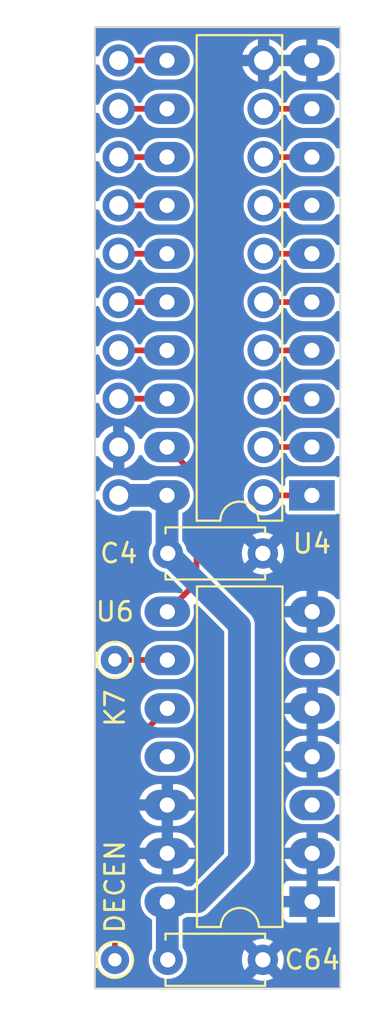
<source format=kicad_pcb>
(kicad_pcb (version 20221018) (generator pcbnew)
  (layers (0 "F.Cu" signal) (31 "B.Cu" signal) (34 "B.Paste" user) (35 "F.Paste" user) (36 "B.SilkS" user "B.Silkscreen") (37 "F.SilkS" user "F.Silkscreen") (38 "B.Mask" user) (39 "F.Mask" user) (44 "Edge.Cuts" user))
  (net 0 "")
  (net 1 "Net-(J1-Pin_1)")
  (net 2 "Net-(J1-Pin_2)")
  (net 3 "Net-(J1-Pin_3)")
  (net 4 "Net-(J1-Pin_4)")
  (net 5 "Net-(J1-Pin_5)")
  (net 6 "Net-(J1-Pin_6)")
  (net 7 "Net-(J1-Pin_7)")
  (net 8 "Net-(J1-Pin_8)")
  (net 9 "Net-(J1-Pin_9)")
  (net 10 "GND")
  (net 11 "Net-(J2-Pin_1)")
  (net 12 "Net-(J2-Pin_2)")
  (net 13 "Net-(J2-Pin_3)")
  (net 14 "Net-(J2-Pin_4)")
  (net 15 "Net-(J2-Pin_5)")
  (net 16 "Net-(J2-Pin_6)")
  (net 17 "Net-(J2-Pin_7)")
  (net 18 "Net-(J2-Pin_8)")
  (net 19 "+5V")
  (net 20 "Net-(U4-CE)")
  (net 24 "Net-(TP1-Pad1)")
  (net 25 "Net-(TP2-Pad1)")
  (footprint "Package_DIP:DIP-14_W7.62mm_LongPads" (layer "F.Cu") (at 121.935 134.385 180)
    (fp_text reference "U6" (at 10.375 15.24) (layer "F.SilkS"))
    (fp_text value "74HCT00")
    (fp_line (start 1.56 -1.33) (end 1.56 16.57) (stroke (width 0.12)) (layer "F.SilkS"))
    (fp_line (start 1.56 16.57) (end 6.06 16.57) (stroke (width 0.12)) (layer "F.SilkS"))
    (fp_line (start 2.81 -1.33) (end 1.56 -1.33) (stroke (width 0.12)) (layer "F.SilkS"))
    (fp_line (start 6.06 -1.33) (end 4.81 -1.33) (stroke (width 0.12)) (layer "F.SilkS"))
    (fp_line (start 6.06 16.57) (end 6.06 -1.33) (stroke (width 0.12)) (layer "F.SilkS"))
    (fp_arc (start 4.81 -1.33) (mid 3.81 -0.33) (end 2.81 -1.33) (stroke (width 0.12)) (layer "F.SilkS"))
    (pad "1" thru_hole rect (at 0 0 180) (size 2.4 1.6) (drill 0.8) (layers "*.Cu" "*.Mask") (net 10 "GND"))
    (pad "2" thru_hole oval (at 0 2.54 180) (size 2.4 1.6) (drill 0.8) (layers "*.Cu" "*.Mask") (net 10 "GND"))
    (pad "3" thru_hole oval (at 0 5.08 180) (size 2.4 1.6) (drill 0.8) (layers "*.Cu" "*.Mask"))
    (pad "4" thru_hole oval (at 0 7.62 180) (size 2.4 1.6) (drill 0.8) (layers "*.Cu" "*.Mask") (net 10 "GND"))
    (pad "5" thru_hole oval (at 0 10.16 180) (size 2.4 1.6) (drill 0.8) (layers "*.Cu" "*.Mask") (net 10 "GND"))
    (pad "6" thru_hole oval (at 0 12.7 180) (size 2.4 1.6) (drill 0.8) (layers "*.Cu" "*.Mask"))
    (pad "7" thru_hole oval (at 0 15.24 180) (size 2.4 1.6) (drill 0.8) (layers "*.Cu" "*.Mask") (net 10 "GND"))
    (pad "8" thru_hole oval (at 7.62 15.24 180) (size 2.4 1.6) (drill 0.8) (layers "*.Cu" "*.Mask") (net 20 "Net-(U4-CE)"))
    (pad "9" thru_hole oval (at 7.62 12.7 180) (size 2.4 1.6) (drill 0.8) (layers "*.Cu" "*.Mask") (net 24 "Net-(TP1-Pad1)"))
    (pad "10" thru_hole oval (at 7.62 10.16 180) (size 2.4 1.6) (drill 0.8) (layers "*.Cu" "*.Mask") (net 25 "Net-(TP2-Pad1)"))
    (pad "11" thru_hole oval (at 7.62 7.62 180) (size 2.4 1.6) (drill 0.8) (layers "*.Cu" "*.Mask"))
    (pad "12" thru_hole oval (at 7.62 5.08 180) (size 2.4 1.6) (drill 0.8) (layers "*.Cu" "*.Mask") (net 10 "GND"))
    (pad "13" thru_hole oval (at 7.62 2.54 180) (size 2.4 1.6) (drill 0.8) (layers "*.Cu" "*.Mask") (net 10 "GND"))
    (pad "14" thru_hole oval (at 7.62 0 180) (size 2.4 1.6) (drill 0.8) (layers "*.Cu" "*.Mask") (net 19 "+5V"))
  )
  (footprint "Package_DIP:DIP-20_W7.62mm_LongPads" (layer "F.Cu") (at 121.92 113.03 180)
    (fp_text reference "U4" (at 0 -2.54) (layer "F.SilkS"))
    (fp_text value "74LS245")
    (fp_line (start 1.56 -1.33) (end 1.56 24.19) (stroke (width 0.12)) (layer "F.SilkS"))
    (fp_line (start 1.56 24.19) (end 6.06 24.19) (stroke (width 0.12)) (layer "F.SilkS"))
    (fp_line (start 2.81 -1.33) (end 1.56 -1.33) (stroke (width 0.12)) (layer "F.SilkS"))
    (fp_line (start 6.06 -1.33) (end 4.81 -1.33) (stroke (width 0.12)) (layer "F.SilkS"))
    (fp_line (start 6.06 24.19) (end 6.06 -1.33) (stroke (width 0.12)) (layer "F.SilkS"))
    (fp_arc (start 4.81 -1.33) (mid 3.81 -0.33) (end 2.81 -1.33) (stroke (width 0.12)) (layer "F.SilkS"))
    (pad "1" thru_hole rect (at 0 0 180) (size 2.4 1.6) (drill 0.8) (layers "*.Cu" "*.Mask") (net 1 "Net-(J1-Pin_1)"))
    (pad "2" thru_hole oval (at 0 2.54 180) (size 2.4 1.6) (drill 0.8) (layers "*.Cu" "*.Mask") (net 2 "Net-(J1-Pin_2)"))
    (pad "3" thru_hole oval (at 0 5.08 180) (size 2.4 1.6) (drill 0.8) (layers "*.Cu" "*.Mask") (net 3 "Net-(J1-Pin_3)"))
    (pad "4" thru_hole oval (at 0 7.62 180) (size 2.4 1.6) (drill 0.8) (layers "*.Cu" "*.Mask") (net 4 "Net-(J1-Pin_4)"))
    (pad "5" thru_hole oval (at 0 10.16 180) (size 2.4 1.6) (drill 0.8) (layers "*.Cu" "*.Mask") (net 5 "Net-(J1-Pin_5)"))
    (pad "6" thru_hole oval (at 0 12.7 180) (size 2.4 1.6) (drill 0.8) (layers "*.Cu" "*.Mask") (net 6 "Net-(J1-Pin_6)"))
    (pad "7" thru_hole oval (at 0 15.24 180) (size 2.4 1.6) (drill 0.8) (layers "*.Cu" "*.Mask") (net 7 "Net-(J1-Pin_7)"))
    (pad "8" thru_hole oval (at 0 17.78 180) (size 2.4 1.6) (drill 0.8) (layers "*.Cu" "*.Mask") (net 8 "Net-(J1-Pin_8)"))
    (pad "9" thru_hole oval (at 0 20.32 180) (size 2.4 1.6) (drill 0.8) (layers "*.Cu" "*.Mask") (net 9 "Net-(J1-Pin_9)"))
    (pad "10" thru_hole oval (at 0 22.86 180) (size 2.4 1.6) (drill 0.8) (layers "*.Cu" "*.Mask") (net 10 "GND"))
    (pad "11" thru_hole oval (at 7.62 22.86 180) (size 2.4 1.6) (drill 0.8) (layers "*.Cu" "*.Mask") (net 11 "Net-(J2-Pin_1)"))
    (pad "12" thru_hole oval (at 7.62 20.32 180) (size 2.4 1.6) (drill 0.8) (layers "*.Cu" "*.Mask") (net 12 "Net-(J2-Pin_2)"))
    (pad "13" thru_hole oval (at 7.62 17.78 180) (size 2.4 1.6) (drill 0.8) (layers "*.Cu" "*.Mask") (net 13 "Net-(J2-Pin_3)"))
    (pad "14" thru_hole oval (at 7.62 15.24 180) (size 2.4 1.6) (drill 0.8) (layers "*.Cu" "*.Mask") (net 14 "Net-(J2-Pin_4)"))
    (pad "15" thru_hole oval (at 7.62 12.7 180) (size 2.4 1.6) (drill 0.8) (layers "*.Cu" "*.Mask") (net 15 "Net-(J2-Pin_5)"))
    (pad "16" thru_hole oval (at 7.62 10.16 180) (size 2.4 1.6) (drill 0.8) (layers "*.Cu" "*.Mask") (net 16 "Net-(J2-Pin_6)"))
    (pad "17" thru_hole oval (at 7.62 7.62 180) (size 2.4 1.6) (drill 0.8) (layers "*.Cu" "*.Mask") (net 17 "Net-(J2-Pin_7)"))
    (pad "18" thru_hole oval (at 7.62 5.08 180) (size 2.4 1.6) (drill 0.8) (layers "*.Cu" "*.Mask") (net 18 "Net-(J2-Pin_8)"))
    (pad "19" thru_hole oval (at 7.62 2.54 180) (size 2.4 1.6) (drill 0.8) (layers "*.Cu" "*.Mask") (net 20 "Net-(U4-CE)"))
    (pad "20" thru_hole oval (at 7.62 0 180) (size 2.4 1.6) (drill 0.8) (layers "*.Cu" "*.Mask") (net 19 "+5V"))
  )
  (footprint "Capacitor_THT:C_Disc_D5.0mm_W2.5mm_P5.00mm" (layer "F.Cu") (at 114.34 137.44)
    (fp_text reference "C64" (at 7.595 0) (layer "F.SilkS"))
    (fp_text value "100nF")
    (fp_line (start -0.12 -1.37) (end -0.12 -1.055) (stroke (width 0.12)) (layer "F.SilkS"))
    (fp_line (start -0.12 -1.37) (end 5.12 -1.37) (stroke (width 0.12)) (layer "F.SilkS"))
    (fp_line (start -0.12 1.055) (end -0.12 1.37) (stroke (width 0.12)) (layer "F.SilkS"))
    (fp_line (start -0.12 1.37) (end 5.12 1.37) (stroke (width 0.12)) (layer "F.SilkS"))
    (fp_line (start 5.12 -1.37) (end 5.12 -1.055) (stroke (width 0.12)) (layer "F.SilkS"))
    (fp_line (start 5.12 1.055) (end 5.12 1.37) (stroke (width 0.12)) (layer "F.SilkS"))
    (pad "1" thru_hole circle (at 0 0) (size 1.6 1.6) (drill 0.8) (layers "*.Cu" "*.Mask") (net 19 "+5V"))
    (pad "2" thru_hole circle (at 5 0) (size 1.6 1.6) (drill 0.8) (layers "*.Cu" "*.Mask") (net 10 "GND"))
  )
  (footprint "TestPoint:TestPoint_THTPad_D1.5mm_Drill0.7mm" (layer "F.Cu") (at 111.56 121.68)
    (fp_text reference "TP1" hide)
    (fp_text value "K7" (at 0 2.526 90) (layer "F.SilkS"))
    (fp_circle (center 0 0) (end 0 0.95) (stroke (width 0.12)) (fill none) (layer "F.SilkS"))
    (pad "1" thru_hole circle (at 0 0) (size 1.5 1.5) (drill 0.7) (layers "*.Cu" "*.Mask") (net 24 "Net-(TP1-Pad1)"))
  )
  (footprint "TestPoint:TestPoint_THTPad_D1.5mm_Drill0.7mm" (layer "F.Cu") (at 111.56 137.44)
    (fp_text reference "TP2" hide)
    (fp_text value "DECEN" (at 0 -3.836 90) (layer "F.SilkS"))
    (fp_circle (center 0 0) (end 0 0.95) (stroke (width 0.12)) (fill none) (layer "F.SilkS"))
    (pad "1" thru_hole circle (at 0 0) (size 1.5 1.5) (drill 0.7) (layers "*.Cu" "*.Mask") (net 25 "Net-(TP2-Pad1)"))
  )
  (footprint "Capacitor_THT:C_Disc_D5.0mm_W2.5mm_P5.00mm" (layer "F.Cu") (at 114.34 116.08)
    (fp_text reference "C4" (at -2.58 0) (layer "F.SilkS"))
    (fp_text value "100nF")
    (fp_line (start -0.12 -1.37) (end -0.12 -1.055) (stroke (width 0.12)) (layer "F.SilkS"))
    (fp_line (start -0.12 -1.37) (end 5.12 -1.37) (stroke (width 0.12)) (layer "F.SilkS"))
    (fp_line (start -0.12 1.055) (end -0.12 1.37) (stroke (width 0.12)) (layer "F.SilkS"))
    (fp_line (start -0.12 1.37) (end 5.12 1.37) (stroke (width 0.12)) (layer "F.SilkS"))
    (fp_line (start 5.12 -1.37) (end 5.12 -1.055) (stroke (width 0.12)) (layer "F.SilkS"))
    (fp_line (start 5.12 1.055) (end 5.12 1.37) (stroke (width 0.12)) (layer "F.SilkS"))
    (pad "1" thru_hole circle (at 0 0) (size 1.6 1.6) (drill 0.8) (layers "*.Cu" "*.Mask") (net 19 "+5V"))
    (pad "2" thru_hole circle (at 5 0) (size 1.6 1.6) (drill 0.8) (layers "*.Cu" "*.Mask") (net 10 "GND"))
  )
  (footprint "Connector_PinHeader_2.54mm:PinHeader_1x10_P2.54mm_Vertical" (layer "B.Cu") (at 119.38 113.03)
    (fp_text reference "J1" hide)
    (fp_text value "Conn_01x10_Pin")
    (pad "1" thru_hole oval (at 0 0) (size 1.7 1.7) (drill 1) (layers "*.Cu" "*.Mask") (net 1 "Net-(J1-Pin_1)"))
    (pad "2" thru_hole oval (at 0 -2.54) (size 1.7 1.7) (drill 1) (layers "*.Cu" "*.Mask") (net 2 "Net-(J1-Pin_2)"))
    (pad "3" thru_hole oval (at 0 -5.08) (size 1.7 1.7) (drill 1) (layers "*.Cu" "*.Mask") (net 3 "Net-(J1-Pin_3)"))
    (pad "4" thru_hole oval (at 0 -7.62) (size 1.7 1.7) (drill 1) (layers "*.Cu" "*.Mask") (net 4 "Net-(J1-Pin_4)"))
    (pad "5" thru_hole oval (at 0 -10.16) (size 1.7 1.7) (drill 1) (layers "*.Cu" "*.Mask") (net 5 "Net-(J1-Pin_5)"))
    (pad "6" thru_hole oval (at 0 -12.7) (size 1.7 1.7) (drill 1) (layers "*.Cu" "*.Mask") (net 6 "Net-(J1-Pin_6)"))
    (pad "7" thru_hole oval (at 0 -15.24) (size 1.7 1.7) (drill 1) (layers "*.Cu" "*.Mask") (net 7 "Net-(J1-Pin_7)"))
    (pad "8" thru_hole oval (at 0 -17.78) (size 1.7 1.7) (drill 1) (layers "*.Cu" "*.Mask") (net 8 "Net-(J1-Pin_8)"))
    (pad "9" thru_hole oval (at 0 -20.32) (size 1.7 1.7) (drill 1) (layers "*.Cu" "*.Mask") (net 9 "Net-(J1-Pin_9)"))
    (pad "10" thru_hole oval (at 0 -22.86) (size 1.7 1.7) (drill 1) (layers "*.Cu" "*.Mask") (net 10 "GND"))
  )
  (footprint "Connector_PinHeader_2.54mm:PinHeader_1x10_P2.54mm_Vertical" (layer "B.Cu") (at 111.76 90.17 180)
    (fp_text reference "J2" hide)
    (fp_text value "Conn_01x10_Pin")
    (pad "1" thru_hole oval (at 0 0 180) (size 1.7 1.7) (drill 1) (layers "*.Cu" "*.Mask") (net 11 "Net-(J2-Pin_1)"))
    (pad "2" thru_hole oval (at 0 -2.54 180) (size 1.7 1.7) (drill 1) (layers "*.Cu" "*.Mask") (net 12 "Net-(J2-Pin_2)"))
    (pad "3" thru_hole oval (at 0 -5.08 180) (size 1.7 1.7) (drill 1) (layers "*.Cu" "*.Mask") (net 13 "Net-(J2-Pin_3)"))
    (pad "4" thru_hole oval (at 0 -7.62 180) (size 1.7 1.7) (drill 1) (layers "*.Cu" "*.Mask") (net 14 "Net-(J2-Pin_4)"))
    (pad "5" thru_hole oval (at 0 -10.16 180) (size 1.7 1.7) (drill 1) (layers "*.Cu" "*.Mask") (net 15 "Net-(J2-Pin_5)"))
    (pad "6" thru_hole oval (at 0 -12.7 180) (size 1.7 1.7) (drill 1) (layers "*.Cu" "*.Mask") (net 16 "Net-(J2-Pin_6)"))
    (pad "7" thru_hole oval (at 0 -15.24 180) (size 1.7 1.7) (drill 1) (layers "*.Cu" "*.Mask") (net 17 "Net-(J2-Pin_7)"))
    (pad "8" thru_hole oval (at 0 -17.78 180) (size 1.7 1.7) (drill 1) (layers "*.Cu" "*.Mask") (net 18 "Net-(J2-Pin_8)"))
    (pad "9" thru_hole oval (at 0 -20.32 180) (size 1.7 1.7) (drill 1) (layers "*.Cu" "*.Mask") (net 10 "GND"))
    (pad "10" thru_hole oval (at 0 -22.86 180) (size 1.7 1.7) (drill 1) (layers "*.Cu" "*.Mask") (net 19 "+5V"))
  )
  (gr_rect (start 110.5085 88.42) (end 123.4115 138.95) (stroke (width 0.1)) (fill none) (layer "Edge.Cuts"))
  (segment (start 119.38 113.03) (end 121.92 113.03) (width 0.3) (layer "F.Cu") (net 1))
  (segment (start 119.38 110.49) (end 121.92 110.49) (width 0.3) (layer "F.Cu") (net 2))
  (segment (start 119.38 107.95) (end 121.92 107.95) (width 0.3) (layer "F.Cu") (net 3))
  (segment (start 119.38 105.41) (end 121.92 105.41) (width 0.3) (layer "F.Cu") (net 4))
  (segment (start 119.38 102.87) (end 121.92 102.87) (width 0.3) (layer "F.Cu") (net 5))
  (segment (start 119.38 100.33) (end 121.92 100.33) (width 0.3) (layer "F.Cu") (net 6))
  (segment (start 119.38 97.79) (end 121.92 97.79) (width 0.3) (layer "F.Cu") (net 7))
  (segment (start 119.38 95.25) (end 121.92 95.25) (width 0.3) (layer "F.Cu") (net 8))
  (segment (start 119.38 92.71) (end 121.92 92.71) (width 0.3) (layer "F.Cu") (net 9))
  (segment (start 111.76 90.17) (end 114.3 90.17) (width 0.3) (layer "F.Cu") (net 11))
  (segment (start 111.76 92.71) (end 114.3 92.71) (width 0.3) (layer "F.Cu") (net 12))
  (segment (start 111.76 95.25) (end 114.3 95.25) (width 0.3) (layer "F.Cu") (net 13))
  (segment (start 111.76 97.79) (end 114.3 97.79) (width 0.3) (layer "F.Cu") (net 14))
  (segment (start 111.76 100.33) (end 114.3 100.33) (width 0.3) (layer "F.Cu") (net 15))
  (segment (start 111.76 102.87) (end 114.3 102.87) (width 0.3) (layer "F.Cu") (net 16))
  (segment (start 111.76 105.41) (end 114.3 105.41) (width 0.3) (layer "F.Cu") (net 17))
  (segment (start 111.76 107.95) (end 114.3 107.95) (width 0.3) (layer "F.Cu") (net 18))
  (segment (start 114.315 137.415) (end 114.34 137.44) (width 1.2) (layer "B.Cu") (net 19))
  (segment (start 118.11 119.85) (end 118.11 132.19) (width 1.2) (layer "B.Cu") (net 19))
  (segment (start 118.11 132.19) (end 115.915 134.385) (width 1.2) (layer "B.Cu") (net 19))
  (segment (start 111.76 113.03) (end 114.3 113.03) (width 1.2) (layer "B.Cu") (net 19))
  (segment (start 114.315 134.385) (end 114.315 137.415) (width 1.2) (layer "B.Cu") (net 19))
  (segment (start 114.3 116.04) (end 114.34 116.08) (width 1.2) (layer "B.Cu") (net 19))
  (segment (start 115.915 134.385) (end 114.315 134.385) (width 1.2) (layer "B.Cu") (net 19))
  (segment (start 114.34 116.08) (end 118.11 119.85) (width 1.2) (layer "B.Cu") (net 19))
  (segment (start 114.3 113.03) (end 114.3 116.04) (width 1.2) (layer "B.Cu") (net 19))
  (segment (start 115.85 117.61) (end 115.85 112.04) (width 0.3) (layer "F.Cu") (net 20))
  (segment (start 114.315 119.145) (end 115.85 117.61) (width 0.3) (layer "F.Cu") (net 20))
  (segment (start 115.85 112.04) (end 114.3 110.49) (width 0.3) (layer "F.Cu") (net 20))
  (segment (start 111.56 121.68) (end 114.31 121.68) (width 0.3) (layer "F.Cu") (net 24))
  (segment (start 114.31 121.68) (end 114.315 121.685) (width 0.3) (layer "F.Cu") (net 24))
  (segment (start 111.56 126.98) (end 114.315 124.225) (width 0.3) (layer "F.Cu") (net 25))
  (segment (start 111.56 137.44) (end 111.56 126.98) (width 0.3) (layer "F.Cu") (net 25))
  (zone (net 10) (net_name "GND") (layer "B.Cu") (connect_pads (clearance 0)) (min_thickness 0.25) (fill yes (thermal_gap 0.3) (thermal_bridge_width 0.6) (island_removal_mode 1) (island_area_min 10))
    (polygon (pts (xy 109.18 87.54) (xy 124.81 87.54) (xy 124.81 139.74) (xy 109.18 139.74)))
  )
)
</source>
